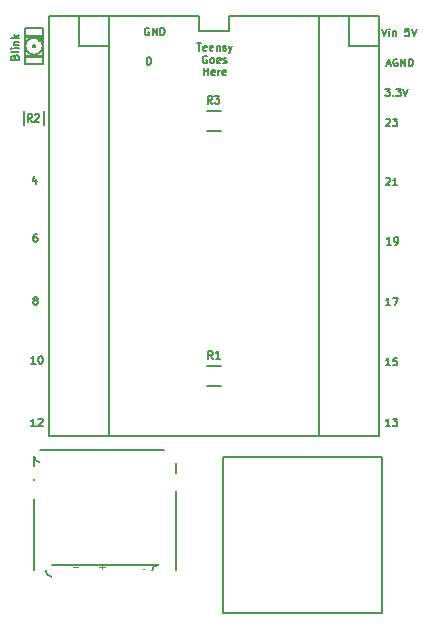
<source format=gto>
%FSLAX46Y46*%
G04 Gerber Fmt 4.6, Leading zero omitted, Abs format (unit mm)*
G04 Created by KiCad (PCBNEW (2014-10-27 BZR 5228)-product) date 4/13/2015 9:46:14 PM*
%MOMM*%
G01*
G04 APERTURE LIST*
%ADD10C,0.100000*%
%ADD11C,0.158750*%
%ADD12C,0.150000*%
%ADD13C,0.127000*%
%ADD14C,0.203200*%
%ADD15C,0.096520*%
G04 APERTURE END LIST*
D10*
D11*
X155847143Y-98733429D02*
X155877381Y-98642715D01*
X155907619Y-98612476D01*
X155968095Y-98582238D01*
X156058810Y-98582238D01*
X156119286Y-98612476D01*
X156149524Y-98642715D01*
X156179762Y-98703191D01*
X156179762Y-98945096D01*
X155544762Y-98945096D01*
X155544762Y-98733429D01*
X155575000Y-98672953D01*
X155605238Y-98642715D01*
X155665714Y-98612476D01*
X155726190Y-98612476D01*
X155786667Y-98642715D01*
X155816905Y-98672953D01*
X155847143Y-98733429D01*
X155847143Y-98945096D01*
X156179762Y-98219381D02*
X156149524Y-98279857D01*
X156089048Y-98310096D01*
X155544762Y-98310096D01*
X156179762Y-97977477D02*
X155756429Y-97977477D01*
X155544762Y-97977477D02*
X155575000Y-98007715D01*
X155605238Y-97977477D01*
X155575000Y-97947238D01*
X155544762Y-97977477D01*
X155605238Y-97977477D01*
X155756429Y-97675096D02*
X156179762Y-97675096D01*
X155816905Y-97675096D02*
X155786667Y-97644857D01*
X155756429Y-97584381D01*
X155756429Y-97493667D01*
X155786667Y-97433191D01*
X155847143Y-97402953D01*
X156179762Y-97402953D01*
X156179762Y-97100572D02*
X155544762Y-97100572D01*
X155937857Y-97040095D02*
X156179762Y-96858667D01*
X155756429Y-96858667D02*
X155998333Y-97100572D01*
X167165262Y-98712262D02*
X167225738Y-98712262D01*
X167286214Y-98742500D01*
X167316452Y-98772738D01*
X167346690Y-98833214D01*
X167376929Y-98954167D01*
X167376929Y-99105357D01*
X167346690Y-99226310D01*
X167316452Y-99286786D01*
X167286214Y-99317024D01*
X167225738Y-99347262D01*
X167165262Y-99347262D01*
X167104786Y-99317024D01*
X167074548Y-99286786D01*
X167044309Y-99226310D01*
X167014071Y-99105357D01*
X167014071Y-98954167D01*
X167044309Y-98833214D01*
X167074548Y-98772738D01*
X167104786Y-98742500D01*
X167165262Y-98712262D01*
X157727952Y-113698262D02*
X157607000Y-113698262D01*
X157546524Y-113728500D01*
X157516286Y-113758738D01*
X157455809Y-113849452D01*
X157425571Y-113970405D01*
X157425571Y-114212310D01*
X157455809Y-114272786D01*
X157486048Y-114303024D01*
X157546524Y-114333262D01*
X157667476Y-114333262D01*
X157727952Y-114303024D01*
X157758190Y-114272786D01*
X157788429Y-114212310D01*
X157788429Y-114061119D01*
X157758190Y-114000643D01*
X157727952Y-113970405D01*
X157667476Y-113940167D01*
X157546524Y-113940167D01*
X157486048Y-113970405D01*
X157455809Y-114000643D01*
X157425571Y-114061119D01*
X157613048Y-124683762D02*
X157250190Y-124683762D01*
X157431619Y-124683762D02*
X157431619Y-124048762D01*
X157371143Y-124139476D01*
X157310667Y-124199952D01*
X157250190Y-124230190D01*
X158006143Y-124048762D02*
X158066619Y-124048762D01*
X158127095Y-124079000D01*
X158157333Y-124109238D01*
X158187571Y-124169714D01*
X158217810Y-124290667D01*
X158217810Y-124441857D01*
X158187571Y-124562810D01*
X158157333Y-124623286D01*
X158127095Y-124653524D01*
X158066619Y-124683762D01*
X158006143Y-124683762D01*
X157945667Y-124653524D01*
X157915429Y-124623286D01*
X157885190Y-124562810D01*
X157854952Y-124441857D01*
X157854952Y-124290667D01*
X157885190Y-124169714D01*
X157915429Y-124109238D01*
X157945667Y-124079000D01*
X158006143Y-124048762D01*
X187712048Y-114587262D02*
X187349190Y-114587262D01*
X187530619Y-114587262D02*
X187530619Y-113952262D01*
X187470143Y-114042976D01*
X187409667Y-114103452D01*
X187349190Y-114133690D01*
X188014429Y-114587262D02*
X188135381Y-114587262D01*
X188195857Y-114557024D01*
X188226095Y-114526786D01*
X188286571Y-114436071D01*
X188316810Y-114315119D01*
X188316810Y-114073214D01*
X188286571Y-114012738D01*
X188256333Y-113982500D01*
X188195857Y-113952262D01*
X188074905Y-113952262D01*
X188014429Y-113982500D01*
X187984190Y-114012738D01*
X187953952Y-114073214D01*
X187953952Y-114224405D01*
X187984190Y-114284881D01*
X188014429Y-114315119D01*
X188074905Y-114345357D01*
X188195857Y-114345357D01*
X188256333Y-114315119D01*
X188286571Y-114284881D01*
X188316810Y-114224405D01*
X187648548Y-124810762D02*
X187285690Y-124810762D01*
X187467119Y-124810762D02*
X187467119Y-124175762D01*
X187406643Y-124266476D01*
X187346167Y-124326952D01*
X187285690Y-124357190D01*
X188223071Y-124175762D02*
X187920690Y-124175762D01*
X187890452Y-124478143D01*
X187920690Y-124447905D01*
X187981167Y-124417667D01*
X188132357Y-124417667D01*
X188192833Y-124447905D01*
X188223071Y-124478143D01*
X188253310Y-124538619D01*
X188253310Y-124689810D01*
X188223071Y-124750286D01*
X188192833Y-124780524D01*
X188132357Y-124810762D01*
X187981167Y-124810762D01*
X187920690Y-124780524D01*
X187890452Y-124750286D01*
X187285690Y-108996238D02*
X187315928Y-108966000D01*
X187376405Y-108935762D01*
X187527595Y-108935762D01*
X187588071Y-108966000D01*
X187618309Y-108996238D01*
X187648548Y-109056714D01*
X187648548Y-109117190D01*
X187618309Y-109207905D01*
X187255452Y-109570762D01*
X187648548Y-109570762D01*
X188253310Y-109570762D02*
X187890452Y-109570762D01*
X188071881Y-109570762D02*
X188071881Y-108935762D01*
X188011405Y-109026476D01*
X187950929Y-109086952D01*
X187890452Y-109117190D01*
X187648548Y-119730762D02*
X187285690Y-119730762D01*
X187467119Y-119730762D02*
X187467119Y-119095762D01*
X187406643Y-119186476D01*
X187346167Y-119246952D01*
X187285690Y-119277190D01*
X187860214Y-119095762D02*
X188283548Y-119095762D01*
X188011405Y-119730762D01*
X157546524Y-119304405D02*
X157486048Y-119274167D01*
X157455809Y-119243929D01*
X157425571Y-119183452D01*
X157425571Y-119153214D01*
X157455809Y-119092738D01*
X157486048Y-119062500D01*
X157546524Y-119032262D01*
X157667476Y-119032262D01*
X157727952Y-119062500D01*
X157758190Y-119092738D01*
X157788429Y-119153214D01*
X157788429Y-119183452D01*
X157758190Y-119243929D01*
X157727952Y-119274167D01*
X157667476Y-119304405D01*
X157546524Y-119304405D01*
X157486048Y-119334643D01*
X157455809Y-119364881D01*
X157425571Y-119425357D01*
X157425571Y-119546310D01*
X157455809Y-119606786D01*
X157486048Y-119637024D01*
X157546524Y-119667262D01*
X157667476Y-119667262D01*
X157727952Y-119637024D01*
X157758190Y-119606786D01*
X157788429Y-119546310D01*
X157788429Y-119425357D01*
X157758190Y-119364881D01*
X157727952Y-119334643D01*
X157667476Y-119304405D01*
X157664452Y-109020429D02*
X157664452Y-109443762D01*
X157513262Y-108778524D02*
X157362071Y-109232095D01*
X157755167Y-109232095D01*
X157613048Y-129954262D02*
X157250190Y-129954262D01*
X157431619Y-129954262D02*
X157431619Y-129319262D01*
X157371143Y-129409976D01*
X157310667Y-129470452D01*
X157250190Y-129500690D01*
X157854952Y-129379738D02*
X157885190Y-129349500D01*
X157945667Y-129319262D01*
X158096857Y-129319262D01*
X158157333Y-129349500D01*
X158187571Y-129379738D01*
X158217810Y-129440214D01*
X158217810Y-129500690D01*
X158187571Y-129591405D01*
X157824714Y-129954262D01*
X158217810Y-129954262D01*
X187648548Y-129954262D02*
X187285690Y-129954262D01*
X187467119Y-129954262D02*
X187467119Y-129319262D01*
X187406643Y-129409976D01*
X187346167Y-129470452D01*
X187285690Y-129500690D01*
X187860214Y-129319262D02*
X188253310Y-129319262D01*
X188041643Y-129561167D01*
X188132357Y-129561167D01*
X188192833Y-129591405D01*
X188223071Y-129621643D01*
X188253310Y-129682119D01*
X188253310Y-129833310D01*
X188223071Y-129893786D01*
X188192833Y-129924024D01*
X188132357Y-129954262D01*
X187950929Y-129954262D01*
X187890452Y-129924024D01*
X187860214Y-129893786D01*
X187285690Y-103979738D02*
X187315928Y-103949500D01*
X187376405Y-103919262D01*
X187527595Y-103919262D01*
X187588071Y-103949500D01*
X187618309Y-103979738D01*
X187648548Y-104040214D01*
X187648548Y-104100690D01*
X187618309Y-104191405D01*
X187255452Y-104554262D01*
X187648548Y-104554262D01*
X187860214Y-103919262D02*
X188253310Y-103919262D01*
X188041643Y-104161167D01*
X188132357Y-104161167D01*
X188192833Y-104191405D01*
X188223071Y-104221643D01*
X188253310Y-104282119D01*
X188253310Y-104433310D01*
X188223071Y-104493786D01*
X188192833Y-104524024D01*
X188132357Y-104554262D01*
X187950929Y-104554262D01*
X187890452Y-104524024D01*
X187860214Y-104493786D01*
X187213119Y-101379262D02*
X187606215Y-101379262D01*
X187394548Y-101621167D01*
X187485262Y-101621167D01*
X187545738Y-101651405D01*
X187575976Y-101681643D01*
X187606215Y-101742119D01*
X187606215Y-101893310D01*
X187575976Y-101953786D01*
X187545738Y-101984024D01*
X187485262Y-102014262D01*
X187303834Y-102014262D01*
X187243357Y-101984024D01*
X187213119Y-101953786D01*
X187878357Y-101953786D02*
X187908596Y-101984024D01*
X187878357Y-102014262D01*
X187848119Y-101984024D01*
X187878357Y-101953786D01*
X187878357Y-102014262D01*
X188120262Y-101379262D02*
X188513358Y-101379262D01*
X188301691Y-101621167D01*
X188392405Y-101621167D01*
X188452881Y-101651405D01*
X188483119Y-101681643D01*
X188513358Y-101742119D01*
X188513358Y-101893310D01*
X188483119Y-101953786D01*
X188452881Y-101984024D01*
X188392405Y-102014262D01*
X188210977Y-102014262D01*
X188150500Y-101984024D01*
X188120262Y-101953786D01*
X188694786Y-101379262D02*
X188906453Y-102014262D01*
X189118120Y-101379262D01*
X187349190Y-99292833D02*
X187651571Y-99292833D01*
X187288714Y-99474262D02*
X187500381Y-98839262D01*
X187712048Y-99474262D01*
X188256334Y-98869500D02*
X188195857Y-98839262D01*
X188105143Y-98839262D01*
X188014429Y-98869500D01*
X187953953Y-98929976D01*
X187923714Y-98990452D01*
X187893476Y-99111405D01*
X187893476Y-99202119D01*
X187923714Y-99323071D01*
X187953953Y-99383548D01*
X188014429Y-99444024D01*
X188105143Y-99474262D01*
X188165619Y-99474262D01*
X188256334Y-99444024D01*
X188286572Y-99413786D01*
X188286572Y-99202119D01*
X188165619Y-99202119D01*
X188558714Y-99474262D02*
X188558714Y-98839262D01*
X188921572Y-99474262D01*
X188921572Y-98839262D01*
X189223952Y-99474262D02*
X189223952Y-98839262D01*
X189375143Y-98839262D01*
X189465857Y-98869500D01*
X189526333Y-98929976D01*
X189556572Y-98990452D01*
X189586810Y-99111405D01*
X189586810Y-99202119D01*
X189556572Y-99323071D01*
X189526333Y-99383548D01*
X189465857Y-99444024D01*
X189375143Y-99474262D01*
X189223952Y-99474262D01*
X186937952Y-96299262D02*
X187149619Y-96934262D01*
X187361286Y-96299262D01*
X187572952Y-96934262D02*
X187572952Y-96510929D01*
X187572952Y-96299262D02*
X187542714Y-96329500D01*
X187572952Y-96359738D01*
X187603191Y-96329500D01*
X187572952Y-96299262D01*
X187572952Y-96359738D01*
X187875333Y-96510929D02*
X187875333Y-96934262D01*
X187875333Y-96571405D02*
X187905572Y-96541167D01*
X187966048Y-96510929D01*
X188056762Y-96510929D01*
X188117238Y-96541167D01*
X188147476Y-96601643D01*
X188147476Y-96934262D01*
X189236048Y-96299262D02*
X188933667Y-96299262D01*
X188903429Y-96601643D01*
X188933667Y-96571405D01*
X188994144Y-96541167D01*
X189145334Y-96541167D01*
X189205810Y-96571405D01*
X189236048Y-96601643D01*
X189266287Y-96662119D01*
X189266287Y-96813310D01*
X189236048Y-96873786D01*
X189205810Y-96904024D01*
X189145334Y-96934262D01*
X188994144Y-96934262D01*
X188933667Y-96904024D01*
X188903429Y-96873786D01*
X189447715Y-96299262D02*
X189659382Y-96934262D01*
X189871049Y-96299262D01*
X171271594Y-97537512D02*
X171634451Y-97537512D01*
X171453023Y-98172512D02*
X171453023Y-97537512D01*
X172088023Y-98142274D02*
X172027547Y-98172512D01*
X171906595Y-98172512D01*
X171846118Y-98142274D01*
X171815880Y-98081798D01*
X171815880Y-97839893D01*
X171846118Y-97779417D01*
X171906595Y-97749179D01*
X172027547Y-97749179D01*
X172088023Y-97779417D01*
X172118261Y-97839893D01*
X172118261Y-97900369D01*
X171815880Y-97960845D01*
X172632309Y-98142274D02*
X172571833Y-98172512D01*
X172450881Y-98172512D01*
X172390404Y-98142274D01*
X172360166Y-98081798D01*
X172360166Y-97839893D01*
X172390404Y-97779417D01*
X172450881Y-97749179D01*
X172571833Y-97749179D01*
X172632309Y-97779417D01*
X172662547Y-97839893D01*
X172662547Y-97900369D01*
X172360166Y-97960845D01*
X172934690Y-97749179D02*
X172934690Y-98172512D01*
X172934690Y-97809655D02*
X172964929Y-97779417D01*
X173025405Y-97749179D01*
X173116119Y-97749179D01*
X173176595Y-97779417D01*
X173206833Y-97839893D01*
X173206833Y-98172512D01*
X173478976Y-98142274D02*
X173539453Y-98172512D01*
X173660405Y-98172512D01*
X173720881Y-98142274D01*
X173751119Y-98081798D01*
X173751119Y-98051560D01*
X173720881Y-97991083D01*
X173660405Y-97960845D01*
X173569691Y-97960845D01*
X173509214Y-97930607D01*
X173478976Y-97870131D01*
X173478976Y-97839893D01*
X173509214Y-97779417D01*
X173569691Y-97749179D01*
X173660405Y-97749179D01*
X173720881Y-97779417D01*
X173962786Y-97749179D02*
X174113977Y-98172512D01*
X174265167Y-97749179D02*
X174113977Y-98172512D01*
X174053501Y-98323702D01*
X174023262Y-98353940D01*
X173962786Y-98384179D01*
X172133381Y-98615500D02*
X172072904Y-98585262D01*
X171982190Y-98585262D01*
X171891476Y-98615500D01*
X171831000Y-98675976D01*
X171800761Y-98736452D01*
X171770523Y-98857405D01*
X171770523Y-98948119D01*
X171800761Y-99069071D01*
X171831000Y-99129548D01*
X171891476Y-99190024D01*
X171982190Y-99220262D01*
X172042666Y-99220262D01*
X172133381Y-99190024D01*
X172163619Y-99159786D01*
X172163619Y-98948119D01*
X172042666Y-98948119D01*
X172526476Y-99220262D02*
X172466000Y-99190024D01*
X172435761Y-99159786D01*
X172405523Y-99099310D01*
X172405523Y-98917881D01*
X172435761Y-98857405D01*
X172466000Y-98827167D01*
X172526476Y-98796929D01*
X172617190Y-98796929D01*
X172677666Y-98827167D01*
X172707904Y-98857405D01*
X172738142Y-98917881D01*
X172738142Y-99099310D01*
X172707904Y-99159786D01*
X172677666Y-99190024D01*
X172617190Y-99220262D01*
X172526476Y-99220262D01*
X173252190Y-99190024D02*
X173191714Y-99220262D01*
X173070762Y-99220262D01*
X173010285Y-99190024D01*
X172980047Y-99129548D01*
X172980047Y-98887643D01*
X173010285Y-98827167D01*
X173070762Y-98796929D01*
X173191714Y-98796929D01*
X173252190Y-98827167D01*
X173282428Y-98887643D01*
X173282428Y-98948119D01*
X172980047Y-99008595D01*
X173524333Y-99190024D02*
X173584810Y-99220262D01*
X173705762Y-99220262D01*
X173766238Y-99190024D01*
X173796476Y-99129548D01*
X173796476Y-99099310D01*
X173766238Y-99038833D01*
X173705762Y-99008595D01*
X173615048Y-99008595D01*
X173554571Y-98978357D01*
X173524333Y-98917881D01*
X173524333Y-98887643D01*
X173554571Y-98827167D01*
X173615048Y-98796929D01*
X173705762Y-98796929D01*
X173766238Y-98827167D01*
X171861238Y-100268012D02*
X171861238Y-99633012D01*
X171861238Y-99935393D02*
X172224096Y-99935393D01*
X172224096Y-100268012D02*
X172224096Y-99633012D01*
X172768381Y-100237774D02*
X172707905Y-100268012D01*
X172586953Y-100268012D01*
X172526476Y-100237774D01*
X172496238Y-100177298D01*
X172496238Y-99935393D01*
X172526476Y-99874917D01*
X172586953Y-99844679D01*
X172707905Y-99844679D01*
X172768381Y-99874917D01*
X172798619Y-99935393D01*
X172798619Y-99995869D01*
X172496238Y-100056345D01*
X173070762Y-100268012D02*
X173070762Y-99844679D01*
X173070762Y-99965631D02*
X173101001Y-99905155D01*
X173131239Y-99874917D01*
X173191715Y-99844679D01*
X173252191Y-99844679D01*
X173705762Y-100237774D02*
X173645286Y-100268012D01*
X173524334Y-100268012D01*
X173463857Y-100237774D01*
X173433619Y-100177298D01*
X173433619Y-99935393D01*
X173463857Y-99874917D01*
X173524334Y-99844679D01*
X173645286Y-99844679D01*
X173705762Y-99874917D01*
X173736000Y-99935393D01*
X173736000Y-99995869D01*
X173433619Y-100056345D01*
X167219691Y-96266000D02*
X167159214Y-96235762D01*
X167068500Y-96235762D01*
X166977786Y-96266000D01*
X166917310Y-96326476D01*
X166887071Y-96386952D01*
X166856833Y-96507905D01*
X166856833Y-96598619D01*
X166887071Y-96719571D01*
X166917310Y-96780048D01*
X166977786Y-96840524D01*
X167068500Y-96870762D01*
X167128976Y-96870762D01*
X167219691Y-96840524D01*
X167249929Y-96810286D01*
X167249929Y-96598619D01*
X167128976Y-96598619D01*
X167522071Y-96870762D02*
X167522071Y-96235762D01*
X167884929Y-96870762D01*
X167884929Y-96235762D01*
X168187309Y-96870762D02*
X168187309Y-96235762D01*
X168338500Y-96235762D01*
X168429214Y-96266000D01*
X168489690Y-96326476D01*
X168519929Y-96386952D01*
X168550167Y-96507905D01*
X168550167Y-96598619D01*
X168519929Y-96719571D01*
X168489690Y-96780048D01*
X168429214Y-96840524D01*
X168338500Y-96870762D01*
X168187309Y-96870762D01*
D12*
X158750000Y-130810000D02*
X158750000Y-95250000D01*
X163830000Y-97790000D02*
X163830000Y-130810000D01*
X158750000Y-130810000D02*
X163830000Y-130810000D01*
X158750000Y-95250000D02*
X161290000Y-95250000D01*
X163830000Y-95250000D02*
X163830000Y-97790000D01*
X161290000Y-95250000D02*
X161290000Y-97790000D01*
X161290000Y-97790000D02*
X163830000Y-97790000D01*
X163830000Y-95250000D02*
X161290000Y-95250000D01*
X181610000Y-130810000D02*
X181610000Y-95250000D01*
X186690000Y-97790000D02*
X186690000Y-130810000D01*
X181610000Y-130810000D02*
X186690000Y-130810000D01*
X181610000Y-95250000D02*
X184150000Y-95250000D01*
X186690000Y-95250000D02*
X186690000Y-97790000D01*
X184150000Y-95250000D02*
X184150000Y-97790000D01*
X184150000Y-97790000D02*
X186690000Y-97790000D01*
X186690000Y-95250000D02*
X184150000Y-95250000D01*
D13*
X158978600Y-142712440D02*
G75*
G02X158478220Y-142212060I0J500380D01*
G01*
X158978600Y-141711680D02*
X167977820Y-141711680D01*
X167477440Y-142212060D02*
G75*
G02X167977820Y-141711680I500380J0D01*
G01*
X157480000Y-142161260D02*
X157480000Y-136161780D01*
X157480000Y-134411720D02*
X157480000Y-134561580D01*
X157480000Y-133311900D02*
X157480000Y-132511800D01*
X157977840Y-133009640D02*
G75*
G02X157480000Y-132511800I0J497840D01*
G01*
X157977840Y-132011420D02*
X168478200Y-132011420D01*
X169478960Y-133962140D02*
X169478960Y-133060440D01*
X169478960Y-142161260D02*
X169478960Y-135460740D01*
D14*
X171450000Y-96520000D02*
X173990000Y-96520000D01*
X173990000Y-96520000D02*
X173990000Y-95250000D01*
X173990000Y-95250000D02*
X181610000Y-95250000D01*
X181610000Y-95250000D02*
X181610000Y-130810000D01*
X181610000Y-130810000D02*
X163830000Y-130810000D01*
X163830000Y-130810000D02*
X163830000Y-95250000D01*
X163830000Y-95250000D02*
X171450000Y-95250000D01*
X171450000Y-95250000D02*
X171450000Y-96520000D01*
D12*
X157579060Y-97889060D02*
X157579060Y-97690940D01*
X157579060Y-97690940D02*
X157380940Y-97690940D01*
X157380940Y-97889060D02*
X157380940Y-97690940D01*
X157579060Y-97889060D02*
X157380940Y-97889060D01*
X158178500Y-97340420D02*
X158178500Y-96992440D01*
X158178500Y-96992440D02*
X157929580Y-96992440D01*
X157929580Y-97340420D02*
X157929580Y-96992440D01*
X158178500Y-97340420D02*
X157929580Y-97340420D01*
X158178500Y-96992440D02*
X158178500Y-96890840D01*
X158178500Y-96890840D02*
X156982160Y-96890840D01*
X156982160Y-96992440D02*
X156982160Y-96890840D01*
X158178500Y-96992440D02*
X156982160Y-96992440D01*
X156931360Y-96992440D02*
X156931360Y-96890840D01*
X156931360Y-96890840D02*
X156781500Y-96890840D01*
X156781500Y-96992440D02*
X156781500Y-96890840D01*
X156931360Y-96992440D02*
X156781500Y-96992440D01*
X158178500Y-98689160D02*
X158178500Y-98587560D01*
X158178500Y-98587560D02*
X156982160Y-98587560D01*
X156982160Y-98689160D02*
X156982160Y-98587560D01*
X158178500Y-98689160D02*
X156982160Y-98689160D01*
X156931360Y-98689160D02*
X156931360Y-98587560D01*
X156931360Y-98587560D02*
X156781500Y-98587560D01*
X156781500Y-98689160D02*
X156781500Y-98587560D01*
X156931360Y-98689160D02*
X156781500Y-98689160D01*
X158178500Y-97340420D02*
X158178500Y-97190560D01*
X158178500Y-97190560D02*
X157929580Y-97190560D01*
X157929580Y-97340420D02*
X157929580Y-97190560D01*
X158178500Y-97340420D02*
X157929580Y-97340420D01*
X158229300Y-96240600D02*
X158229300Y-99339400D01*
X158229300Y-99339400D02*
X156730700Y-99339400D01*
X156730700Y-99339400D02*
X156730700Y-96240600D01*
X156730700Y-96240600D02*
X158229300Y-96240600D01*
X157979354Y-98337262D02*
G75*
G03X157977840Y-97241360I-499354J547262D01*
G01*
X156981602Y-98338133D02*
G75*
G03X157977840Y-98338640I498398J548133D01*
G01*
X156980646Y-97242738D02*
G75*
G03X156982160Y-98338640I499354J-547262D01*
G01*
X157978398Y-97241867D02*
G75*
G03X156982160Y-97241360I-498398J-548133D01*
G01*
X172120000Y-124855000D02*
X173320000Y-124855000D01*
X173320000Y-126605000D02*
X172120000Y-126605000D01*
X158355000Y-103286000D02*
X158355000Y-104486000D01*
X156605000Y-104486000D02*
X156605000Y-103286000D01*
X172120000Y-103265000D02*
X173320000Y-103265000D01*
X173320000Y-105015000D02*
X172120000Y-105015000D01*
X173482000Y-132588000D02*
X173482000Y-145796000D01*
X186944000Y-132588000D02*
X186944000Y-145796000D01*
X173482000Y-145796000D02*
X186944000Y-145796000D01*
X186182000Y-132588000D02*
X186944000Y-132588000D01*
X173482000Y-132588000D02*
X186182000Y-132588000D01*
D15*
X162995792Y-141859363D02*
X163460249Y-141859363D01*
X163228020Y-142091591D02*
X163228020Y-141627134D01*
X160745352Y-141859363D02*
X161209809Y-141859363D01*
X166728140Y-142033534D02*
X166757168Y-142062563D01*
X166728140Y-142091591D01*
X166699111Y-142062563D01*
X166728140Y-142033534D01*
X166728140Y-142091591D01*
D12*
X172614167Y-124239262D02*
X172402500Y-123936881D01*
X172251309Y-124239262D02*
X172251309Y-123604262D01*
X172493214Y-123604262D01*
X172553690Y-123634500D01*
X172583929Y-123664738D01*
X172614167Y-123725214D01*
X172614167Y-123815929D01*
X172583929Y-123876405D01*
X172553690Y-123906643D01*
X172493214Y-123936881D01*
X172251309Y-123936881D01*
X173218929Y-124239262D02*
X172856071Y-124239262D01*
X173037500Y-124239262D02*
X173037500Y-123604262D01*
X172977024Y-123694976D01*
X172916548Y-123755452D01*
X172856071Y-123785690D01*
X157310667Y-104173262D02*
X157099000Y-103870881D01*
X156947809Y-104173262D02*
X156947809Y-103538262D01*
X157189714Y-103538262D01*
X157250190Y-103568500D01*
X157280429Y-103598738D01*
X157310667Y-103659214D01*
X157310667Y-103749929D01*
X157280429Y-103810405D01*
X157250190Y-103840643D01*
X157189714Y-103870881D01*
X156947809Y-103870881D01*
X157552571Y-103598738D02*
X157582809Y-103568500D01*
X157643286Y-103538262D01*
X157794476Y-103538262D01*
X157854952Y-103568500D01*
X157885190Y-103598738D01*
X157915429Y-103659214D01*
X157915429Y-103719690D01*
X157885190Y-103810405D01*
X157522333Y-104173262D01*
X157915429Y-104173262D01*
X172550667Y-102649262D02*
X172339000Y-102346881D01*
X172187809Y-102649262D02*
X172187809Y-102014262D01*
X172429714Y-102014262D01*
X172490190Y-102044500D01*
X172520429Y-102074738D01*
X172550667Y-102135214D01*
X172550667Y-102225929D01*
X172520429Y-102286405D01*
X172490190Y-102316643D01*
X172429714Y-102346881D01*
X172187809Y-102346881D01*
X172762333Y-102014262D02*
X173155429Y-102014262D01*
X172943762Y-102256167D01*
X173034476Y-102256167D01*
X173094952Y-102286405D01*
X173125190Y-102316643D01*
X173155429Y-102377119D01*
X173155429Y-102528310D01*
X173125190Y-102588786D01*
X173094952Y-102619024D01*
X173034476Y-102649262D01*
X172853048Y-102649262D01*
X172792571Y-102619024D01*
X172762333Y-102588786D01*
M02*

</source>
